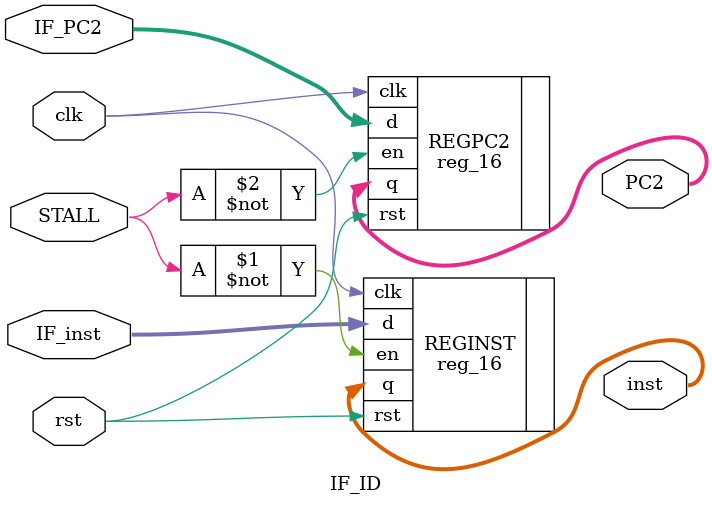
<source format=v>
module IF_ID(IF_inst, IF_PC2, STALL, inst, PC2, clk, rst);
  input STALL, clk, rst;
  input[15:0] IF_inst, IF_PC2;
  output[15:0] inst, PC2;

  reg_16 REGINST(.en(~STALL), .clk(clk), .rst(rst), .d(IF_inst), .q(inst));
  reg_16 REGPC2(.en(~STALL), .clk(clk), .rst(rst), .d(IF_PC2), .q(PC2));

endmodule

</source>
